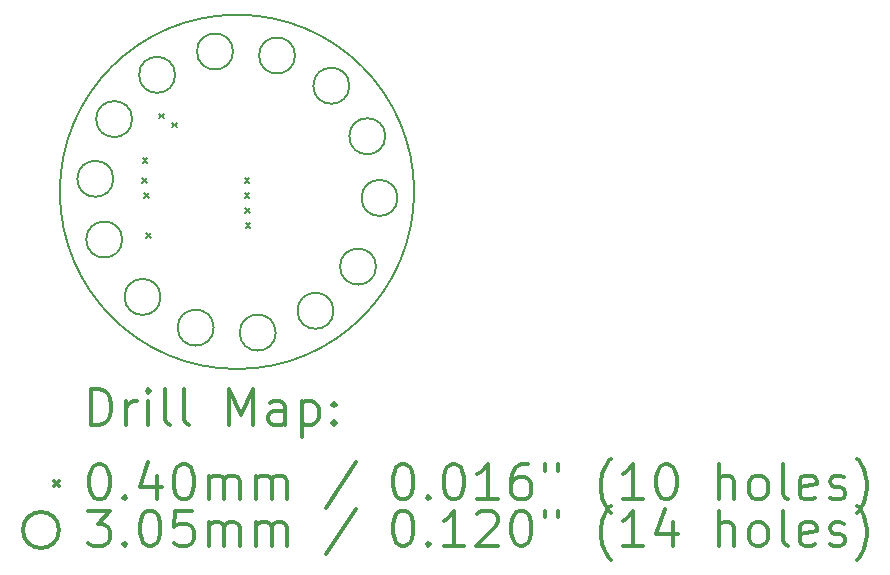
<source format=gbr>
%FSLAX45Y45*%
G04 Gerber Fmt 4.5, Leading zero omitted, Abs format (unit mm)*
G04 Created by KiCad (PCBNEW 4.0.7) date 07/05/18 15:34:08*
%MOMM*%
%LPD*%
G01*
G04 APERTURE LIST*
%ADD10C,0.127000*%
%ADD11C,0.150000*%
%ADD12C,0.200000*%
%ADD13C,0.300000*%
G04 APERTURE END LIST*
D10*
D11*
X18454044Y-8366760D02*
G75*
G03X18454044Y-8366760I-1499544J0D01*
G01*
D12*
X16148624Y-8248208D02*
X16188624Y-8288208D01*
X16188624Y-8248208D02*
X16148624Y-8288208D01*
X16156752Y-8079552D02*
X16196752Y-8119552D01*
X16196752Y-8079552D02*
X16156752Y-8119552D01*
X16168944Y-8378256D02*
X16208944Y-8418256D01*
X16208944Y-8378256D02*
X16168944Y-8418256D01*
X16187232Y-8715568D02*
X16227232Y-8755568D01*
X16227232Y-8715568D02*
X16187232Y-8755568D01*
X16292896Y-7705664D02*
X16332896Y-7745664D01*
X16332896Y-7705664D02*
X16292896Y-7745664D01*
X16404656Y-7780848D02*
X16444656Y-7820848D01*
X16444656Y-7780848D02*
X16404656Y-7820848D01*
X17018320Y-8250240D02*
X17058320Y-8290240D01*
X17058320Y-8250240D02*
X17018320Y-8290240D01*
X17020352Y-8378256D02*
X17060352Y-8418256D01*
X17060352Y-8378256D02*
X17020352Y-8418256D01*
X17026194Y-8501700D02*
X17066194Y-8541700D01*
X17066194Y-8501700D02*
X17026194Y-8541700D01*
X17028480Y-8630224D02*
X17068480Y-8670224D01*
X17068480Y-8630224D02*
X17028480Y-8670224D01*
X15907766Y-8256270D02*
G75*
G03X15907766Y-8256270I-152400J0D01*
G01*
X15983204Y-8770366D02*
G75*
G03X15983204Y-8770366I-152400J0D01*
G01*
X16067024Y-7750556D02*
G75*
G03X16067024Y-7750556I-152400J0D01*
G01*
X16307308Y-9256522D02*
G75*
G03X16307308Y-9256522I-152400J0D01*
G01*
X16430244Y-7376160D02*
G75*
G03X16430244Y-7376160I-152400J0D01*
G01*
X16757142Y-9516364D02*
G75*
G03X16757142Y-9516364I-152400J0D01*
G01*
X16920210Y-7178040D02*
G75*
G03X16920210Y-7178040I-152400J0D01*
G01*
X17282414Y-9558274D02*
G75*
G03X17282414Y-9558274I-152400J0D01*
G01*
X17445990Y-7212330D02*
G75*
G03X17445990Y-7212330I-152400J0D01*
G01*
X17771364Y-9373870D02*
G75*
G03X17771364Y-9373870I-152400J0D01*
G01*
X17905476Y-7468362D02*
G75*
G03X17905476Y-7468362I-152400J0D01*
G01*
X18131790Y-8999474D02*
G75*
G03X18131790Y-8999474I-152400J0D01*
G01*
X18210022Y-7895844D02*
G75*
G03X18210022Y-7895844I-152400J0D01*
G01*
X18313400Y-8418322D02*
G75*
G03X18313400Y-8418322I-152400J0D01*
G01*
D13*
X15718885Y-10339518D02*
X15718885Y-10039518D01*
X15790313Y-10039518D01*
X15833171Y-10053804D01*
X15861742Y-10082375D01*
X15876028Y-10110947D01*
X15890313Y-10168089D01*
X15890313Y-10210947D01*
X15876028Y-10268089D01*
X15861742Y-10296661D01*
X15833171Y-10325232D01*
X15790313Y-10339518D01*
X15718885Y-10339518D01*
X16018885Y-10339518D02*
X16018885Y-10139518D01*
X16018885Y-10196661D02*
X16033171Y-10168089D01*
X16047456Y-10153804D01*
X16076028Y-10139518D01*
X16104599Y-10139518D01*
X16204599Y-10339518D02*
X16204599Y-10139518D01*
X16204599Y-10039518D02*
X16190313Y-10053804D01*
X16204599Y-10068089D01*
X16218885Y-10053804D01*
X16204599Y-10039518D01*
X16204599Y-10068089D01*
X16390313Y-10339518D02*
X16361742Y-10325232D01*
X16347456Y-10296661D01*
X16347456Y-10039518D01*
X16547456Y-10339518D02*
X16518885Y-10325232D01*
X16504599Y-10296661D01*
X16504599Y-10039518D01*
X16890314Y-10339518D02*
X16890314Y-10039518D01*
X16990314Y-10253804D01*
X17090314Y-10039518D01*
X17090314Y-10339518D01*
X17361742Y-10339518D02*
X17361742Y-10182375D01*
X17347456Y-10153804D01*
X17318885Y-10139518D01*
X17261742Y-10139518D01*
X17233171Y-10153804D01*
X17361742Y-10325232D02*
X17333171Y-10339518D01*
X17261742Y-10339518D01*
X17233171Y-10325232D01*
X17218885Y-10296661D01*
X17218885Y-10268089D01*
X17233171Y-10239518D01*
X17261742Y-10225232D01*
X17333171Y-10225232D01*
X17361742Y-10210947D01*
X17504599Y-10139518D02*
X17504599Y-10439518D01*
X17504599Y-10153804D02*
X17533171Y-10139518D01*
X17590314Y-10139518D01*
X17618885Y-10153804D01*
X17633171Y-10168089D01*
X17647456Y-10196661D01*
X17647456Y-10282375D01*
X17633171Y-10310947D01*
X17618885Y-10325232D01*
X17590314Y-10339518D01*
X17533171Y-10339518D01*
X17504599Y-10325232D01*
X17776028Y-10310947D02*
X17790314Y-10325232D01*
X17776028Y-10339518D01*
X17761742Y-10325232D01*
X17776028Y-10310947D01*
X17776028Y-10339518D01*
X17776028Y-10153804D02*
X17790314Y-10168089D01*
X17776028Y-10182375D01*
X17761742Y-10168089D01*
X17776028Y-10153804D01*
X17776028Y-10182375D01*
X15407456Y-10813804D02*
X15447456Y-10853804D01*
X15447456Y-10813804D02*
X15407456Y-10853804D01*
X15776028Y-10669518D02*
X15804599Y-10669518D01*
X15833171Y-10683804D01*
X15847456Y-10698089D01*
X15861742Y-10726661D01*
X15876028Y-10783804D01*
X15876028Y-10855232D01*
X15861742Y-10912375D01*
X15847456Y-10940947D01*
X15833171Y-10955232D01*
X15804599Y-10969518D01*
X15776028Y-10969518D01*
X15747456Y-10955232D01*
X15733171Y-10940947D01*
X15718885Y-10912375D01*
X15704599Y-10855232D01*
X15704599Y-10783804D01*
X15718885Y-10726661D01*
X15733171Y-10698089D01*
X15747456Y-10683804D01*
X15776028Y-10669518D01*
X16004599Y-10940947D02*
X16018885Y-10955232D01*
X16004599Y-10969518D01*
X15990313Y-10955232D01*
X16004599Y-10940947D01*
X16004599Y-10969518D01*
X16276028Y-10769518D02*
X16276028Y-10969518D01*
X16204599Y-10655232D02*
X16133171Y-10869518D01*
X16318885Y-10869518D01*
X16490313Y-10669518D02*
X16518885Y-10669518D01*
X16547456Y-10683804D01*
X16561742Y-10698089D01*
X16576028Y-10726661D01*
X16590313Y-10783804D01*
X16590313Y-10855232D01*
X16576028Y-10912375D01*
X16561742Y-10940947D01*
X16547456Y-10955232D01*
X16518885Y-10969518D01*
X16490313Y-10969518D01*
X16461742Y-10955232D01*
X16447456Y-10940947D01*
X16433171Y-10912375D01*
X16418885Y-10855232D01*
X16418885Y-10783804D01*
X16433171Y-10726661D01*
X16447456Y-10698089D01*
X16461742Y-10683804D01*
X16490313Y-10669518D01*
X16718885Y-10969518D02*
X16718885Y-10769518D01*
X16718885Y-10798089D02*
X16733171Y-10783804D01*
X16761742Y-10769518D01*
X16804599Y-10769518D01*
X16833171Y-10783804D01*
X16847456Y-10812375D01*
X16847456Y-10969518D01*
X16847456Y-10812375D02*
X16861742Y-10783804D01*
X16890313Y-10769518D01*
X16933171Y-10769518D01*
X16961742Y-10783804D01*
X16976028Y-10812375D01*
X16976028Y-10969518D01*
X17118885Y-10969518D02*
X17118885Y-10769518D01*
X17118885Y-10798089D02*
X17133171Y-10783804D01*
X17161742Y-10769518D01*
X17204599Y-10769518D01*
X17233171Y-10783804D01*
X17247456Y-10812375D01*
X17247456Y-10969518D01*
X17247456Y-10812375D02*
X17261742Y-10783804D01*
X17290313Y-10769518D01*
X17333171Y-10769518D01*
X17361742Y-10783804D01*
X17376028Y-10812375D01*
X17376028Y-10969518D01*
X17961742Y-10655232D02*
X17704599Y-11040947D01*
X18347456Y-10669518D02*
X18376028Y-10669518D01*
X18404599Y-10683804D01*
X18418885Y-10698089D01*
X18433171Y-10726661D01*
X18447456Y-10783804D01*
X18447456Y-10855232D01*
X18433171Y-10912375D01*
X18418885Y-10940947D01*
X18404599Y-10955232D01*
X18376028Y-10969518D01*
X18347456Y-10969518D01*
X18318885Y-10955232D01*
X18304599Y-10940947D01*
X18290313Y-10912375D01*
X18276028Y-10855232D01*
X18276028Y-10783804D01*
X18290313Y-10726661D01*
X18304599Y-10698089D01*
X18318885Y-10683804D01*
X18347456Y-10669518D01*
X18576028Y-10940947D02*
X18590313Y-10955232D01*
X18576028Y-10969518D01*
X18561742Y-10955232D01*
X18576028Y-10940947D01*
X18576028Y-10969518D01*
X18776028Y-10669518D02*
X18804599Y-10669518D01*
X18833171Y-10683804D01*
X18847456Y-10698089D01*
X18861742Y-10726661D01*
X18876028Y-10783804D01*
X18876028Y-10855232D01*
X18861742Y-10912375D01*
X18847456Y-10940947D01*
X18833171Y-10955232D01*
X18804599Y-10969518D01*
X18776028Y-10969518D01*
X18747456Y-10955232D01*
X18733171Y-10940947D01*
X18718885Y-10912375D01*
X18704599Y-10855232D01*
X18704599Y-10783804D01*
X18718885Y-10726661D01*
X18733171Y-10698089D01*
X18747456Y-10683804D01*
X18776028Y-10669518D01*
X19161742Y-10969518D02*
X18990313Y-10969518D01*
X19076028Y-10969518D02*
X19076028Y-10669518D01*
X19047456Y-10712375D01*
X19018885Y-10740947D01*
X18990313Y-10755232D01*
X19418885Y-10669518D02*
X19361742Y-10669518D01*
X19333171Y-10683804D01*
X19318885Y-10698089D01*
X19290313Y-10740947D01*
X19276028Y-10798089D01*
X19276028Y-10912375D01*
X19290313Y-10940947D01*
X19304599Y-10955232D01*
X19333171Y-10969518D01*
X19390313Y-10969518D01*
X19418885Y-10955232D01*
X19433171Y-10940947D01*
X19447456Y-10912375D01*
X19447456Y-10840947D01*
X19433171Y-10812375D01*
X19418885Y-10798089D01*
X19390313Y-10783804D01*
X19333171Y-10783804D01*
X19304599Y-10798089D01*
X19290313Y-10812375D01*
X19276028Y-10840947D01*
X19561742Y-10669518D02*
X19561742Y-10726661D01*
X19676028Y-10669518D02*
X19676028Y-10726661D01*
X20118885Y-11083804D02*
X20104599Y-11069518D01*
X20076028Y-11026661D01*
X20061742Y-10998089D01*
X20047456Y-10955232D01*
X20033171Y-10883804D01*
X20033171Y-10826661D01*
X20047456Y-10755232D01*
X20061742Y-10712375D01*
X20076028Y-10683804D01*
X20104599Y-10640947D01*
X20118885Y-10626661D01*
X20390313Y-10969518D02*
X20218885Y-10969518D01*
X20304599Y-10969518D02*
X20304599Y-10669518D01*
X20276028Y-10712375D01*
X20247456Y-10740947D01*
X20218885Y-10755232D01*
X20576028Y-10669518D02*
X20604599Y-10669518D01*
X20633171Y-10683804D01*
X20647456Y-10698089D01*
X20661742Y-10726661D01*
X20676028Y-10783804D01*
X20676028Y-10855232D01*
X20661742Y-10912375D01*
X20647456Y-10940947D01*
X20633171Y-10955232D01*
X20604599Y-10969518D01*
X20576028Y-10969518D01*
X20547456Y-10955232D01*
X20533171Y-10940947D01*
X20518885Y-10912375D01*
X20504599Y-10855232D01*
X20504599Y-10783804D01*
X20518885Y-10726661D01*
X20533171Y-10698089D01*
X20547456Y-10683804D01*
X20576028Y-10669518D01*
X21033171Y-10969518D02*
X21033171Y-10669518D01*
X21161742Y-10969518D02*
X21161742Y-10812375D01*
X21147456Y-10783804D01*
X21118885Y-10769518D01*
X21076028Y-10769518D01*
X21047456Y-10783804D01*
X21033171Y-10798089D01*
X21347456Y-10969518D02*
X21318885Y-10955232D01*
X21304599Y-10940947D01*
X21290313Y-10912375D01*
X21290313Y-10826661D01*
X21304599Y-10798089D01*
X21318885Y-10783804D01*
X21347456Y-10769518D01*
X21390313Y-10769518D01*
X21418885Y-10783804D01*
X21433171Y-10798089D01*
X21447456Y-10826661D01*
X21447456Y-10912375D01*
X21433171Y-10940947D01*
X21418885Y-10955232D01*
X21390313Y-10969518D01*
X21347456Y-10969518D01*
X21618885Y-10969518D02*
X21590313Y-10955232D01*
X21576028Y-10926661D01*
X21576028Y-10669518D01*
X21847456Y-10955232D02*
X21818885Y-10969518D01*
X21761742Y-10969518D01*
X21733171Y-10955232D01*
X21718885Y-10926661D01*
X21718885Y-10812375D01*
X21733171Y-10783804D01*
X21761742Y-10769518D01*
X21818885Y-10769518D01*
X21847456Y-10783804D01*
X21861742Y-10812375D01*
X21861742Y-10840947D01*
X21718885Y-10869518D01*
X21976028Y-10955232D02*
X22004599Y-10969518D01*
X22061742Y-10969518D01*
X22090314Y-10955232D01*
X22104599Y-10926661D01*
X22104599Y-10912375D01*
X22090314Y-10883804D01*
X22061742Y-10869518D01*
X22018885Y-10869518D01*
X21990314Y-10855232D01*
X21976028Y-10826661D01*
X21976028Y-10812375D01*
X21990314Y-10783804D01*
X22018885Y-10769518D01*
X22061742Y-10769518D01*
X22090314Y-10783804D01*
X22204599Y-11083804D02*
X22218885Y-11069518D01*
X22247456Y-11026661D01*
X22261742Y-10998089D01*
X22276028Y-10955232D01*
X22290313Y-10883804D01*
X22290313Y-10826661D01*
X22276028Y-10755232D01*
X22261742Y-10712375D01*
X22247456Y-10683804D01*
X22218885Y-10640947D01*
X22204599Y-10626661D01*
X15447456Y-11229804D02*
G75*
G03X15447456Y-11229804I-152400J0D01*
G01*
X15690313Y-11065518D02*
X15876028Y-11065518D01*
X15776028Y-11179804D01*
X15818885Y-11179804D01*
X15847456Y-11194089D01*
X15861742Y-11208375D01*
X15876028Y-11236947D01*
X15876028Y-11308375D01*
X15861742Y-11336947D01*
X15847456Y-11351232D01*
X15818885Y-11365518D01*
X15733171Y-11365518D01*
X15704599Y-11351232D01*
X15690313Y-11336947D01*
X16004599Y-11336947D02*
X16018885Y-11351232D01*
X16004599Y-11365518D01*
X15990313Y-11351232D01*
X16004599Y-11336947D01*
X16004599Y-11365518D01*
X16204599Y-11065518D02*
X16233171Y-11065518D01*
X16261742Y-11079804D01*
X16276028Y-11094089D01*
X16290313Y-11122661D01*
X16304599Y-11179804D01*
X16304599Y-11251232D01*
X16290313Y-11308375D01*
X16276028Y-11336947D01*
X16261742Y-11351232D01*
X16233171Y-11365518D01*
X16204599Y-11365518D01*
X16176028Y-11351232D01*
X16161742Y-11336947D01*
X16147456Y-11308375D01*
X16133171Y-11251232D01*
X16133171Y-11179804D01*
X16147456Y-11122661D01*
X16161742Y-11094089D01*
X16176028Y-11079804D01*
X16204599Y-11065518D01*
X16576028Y-11065518D02*
X16433171Y-11065518D01*
X16418885Y-11208375D01*
X16433171Y-11194089D01*
X16461742Y-11179804D01*
X16533171Y-11179804D01*
X16561742Y-11194089D01*
X16576028Y-11208375D01*
X16590313Y-11236947D01*
X16590313Y-11308375D01*
X16576028Y-11336947D01*
X16561742Y-11351232D01*
X16533171Y-11365518D01*
X16461742Y-11365518D01*
X16433171Y-11351232D01*
X16418885Y-11336947D01*
X16718885Y-11365518D02*
X16718885Y-11165518D01*
X16718885Y-11194089D02*
X16733171Y-11179804D01*
X16761742Y-11165518D01*
X16804599Y-11165518D01*
X16833171Y-11179804D01*
X16847456Y-11208375D01*
X16847456Y-11365518D01*
X16847456Y-11208375D02*
X16861742Y-11179804D01*
X16890313Y-11165518D01*
X16933171Y-11165518D01*
X16961742Y-11179804D01*
X16976028Y-11208375D01*
X16976028Y-11365518D01*
X17118885Y-11365518D02*
X17118885Y-11165518D01*
X17118885Y-11194089D02*
X17133171Y-11179804D01*
X17161742Y-11165518D01*
X17204599Y-11165518D01*
X17233171Y-11179804D01*
X17247456Y-11208375D01*
X17247456Y-11365518D01*
X17247456Y-11208375D02*
X17261742Y-11179804D01*
X17290313Y-11165518D01*
X17333171Y-11165518D01*
X17361742Y-11179804D01*
X17376028Y-11208375D01*
X17376028Y-11365518D01*
X17961742Y-11051232D02*
X17704599Y-11436947D01*
X18347456Y-11065518D02*
X18376028Y-11065518D01*
X18404599Y-11079804D01*
X18418885Y-11094089D01*
X18433171Y-11122661D01*
X18447456Y-11179804D01*
X18447456Y-11251232D01*
X18433171Y-11308375D01*
X18418885Y-11336947D01*
X18404599Y-11351232D01*
X18376028Y-11365518D01*
X18347456Y-11365518D01*
X18318885Y-11351232D01*
X18304599Y-11336947D01*
X18290313Y-11308375D01*
X18276028Y-11251232D01*
X18276028Y-11179804D01*
X18290313Y-11122661D01*
X18304599Y-11094089D01*
X18318885Y-11079804D01*
X18347456Y-11065518D01*
X18576028Y-11336947D02*
X18590313Y-11351232D01*
X18576028Y-11365518D01*
X18561742Y-11351232D01*
X18576028Y-11336947D01*
X18576028Y-11365518D01*
X18876028Y-11365518D02*
X18704599Y-11365518D01*
X18790313Y-11365518D02*
X18790313Y-11065518D01*
X18761742Y-11108375D01*
X18733171Y-11136947D01*
X18704599Y-11151232D01*
X18990313Y-11094089D02*
X19004599Y-11079804D01*
X19033171Y-11065518D01*
X19104599Y-11065518D01*
X19133171Y-11079804D01*
X19147456Y-11094089D01*
X19161742Y-11122661D01*
X19161742Y-11151232D01*
X19147456Y-11194089D01*
X18976028Y-11365518D01*
X19161742Y-11365518D01*
X19347456Y-11065518D02*
X19376028Y-11065518D01*
X19404599Y-11079804D01*
X19418885Y-11094089D01*
X19433171Y-11122661D01*
X19447456Y-11179804D01*
X19447456Y-11251232D01*
X19433171Y-11308375D01*
X19418885Y-11336947D01*
X19404599Y-11351232D01*
X19376028Y-11365518D01*
X19347456Y-11365518D01*
X19318885Y-11351232D01*
X19304599Y-11336947D01*
X19290313Y-11308375D01*
X19276028Y-11251232D01*
X19276028Y-11179804D01*
X19290313Y-11122661D01*
X19304599Y-11094089D01*
X19318885Y-11079804D01*
X19347456Y-11065518D01*
X19561742Y-11065518D02*
X19561742Y-11122661D01*
X19676028Y-11065518D02*
X19676028Y-11122661D01*
X20118885Y-11479804D02*
X20104599Y-11465518D01*
X20076028Y-11422661D01*
X20061742Y-11394089D01*
X20047456Y-11351232D01*
X20033171Y-11279804D01*
X20033171Y-11222661D01*
X20047456Y-11151232D01*
X20061742Y-11108375D01*
X20076028Y-11079804D01*
X20104599Y-11036947D01*
X20118885Y-11022661D01*
X20390313Y-11365518D02*
X20218885Y-11365518D01*
X20304599Y-11365518D02*
X20304599Y-11065518D01*
X20276028Y-11108375D01*
X20247456Y-11136947D01*
X20218885Y-11151232D01*
X20647456Y-11165518D02*
X20647456Y-11365518D01*
X20576028Y-11051232D02*
X20504599Y-11265518D01*
X20690313Y-11265518D01*
X21033171Y-11365518D02*
X21033171Y-11065518D01*
X21161742Y-11365518D02*
X21161742Y-11208375D01*
X21147456Y-11179804D01*
X21118885Y-11165518D01*
X21076028Y-11165518D01*
X21047456Y-11179804D01*
X21033171Y-11194089D01*
X21347456Y-11365518D02*
X21318885Y-11351232D01*
X21304599Y-11336947D01*
X21290313Y-11308375D01*
X21290313Y-11222661D01*
X21304599Y-11194089D01*
X21318885Y-11179804D01*
X21347456Y-11165518D01*
X21390313Y-11165518D01*
X21418885Y-11179804D01*
X21433171Y-11194089D01*
X21447456Y-11222661D01*
X21447456Y-11308375D01*
X21433171Y-11336947D01*
X21418885Y-11351232D01*
X21390313Y-11365518D01*
X21347456Y-11365518D01*
X21618885Y-11365518D02*
X21590313Y-11351232D01*
X21576028Y-11322661D01*
X21576028Y-11065518D01*
X21847456Y-11351232D02*
X21818885Y-11365518D01*
X21761742Y-11365518D01*
X21733171Y-11351232D01*
X21718885Y-11322661D01*
X21718885Y-11208375D01*
X21733171Y-11179804D01*
X21761742Y-11165518D01*
X21818885Y-11165518D01*
X21847456Y-11179804D01*
X21861742Y-11208375D01*
X21861742Y-11236947D01*
X21718885Y-11265518D01*
X21976028Y-11351232D02*
X22004599Y-11365518D01*
X22061742Y-11365518D01*
X22090314Y-11351232D01*
X22104599Y-11322661D01*
X22104599Y-11308375D01*
X22090314Y-11279804D01*
X22061742Y-11265518D01*
X22018885Y-11265518D01*
X21990314Y-11251232D01*
X21976028Y-11222661D01*
X21976028Y-11208375D01*
X21990314Y-11179804D01*
X22018885Y-11165518D01*
X22061742Y-11165518D01*
X22090314Y-11179804D01*
X22204599Y-11479804D02*
X22218885Y-11465518D01*
X22247456Y-11422661D01*
X22261742Y-11394089D01*
X22276028Y-11351232D01*
X22290313Y-11279804D01*
X22290313Y-11222661D01*
X22276028Y-11151232D01*
X22261742Y-11108375D01*
X22247456Y-11079804D01*
X22218885Y-11036947D01*
X22204599Y-11022661D01*
M02*

</source>
